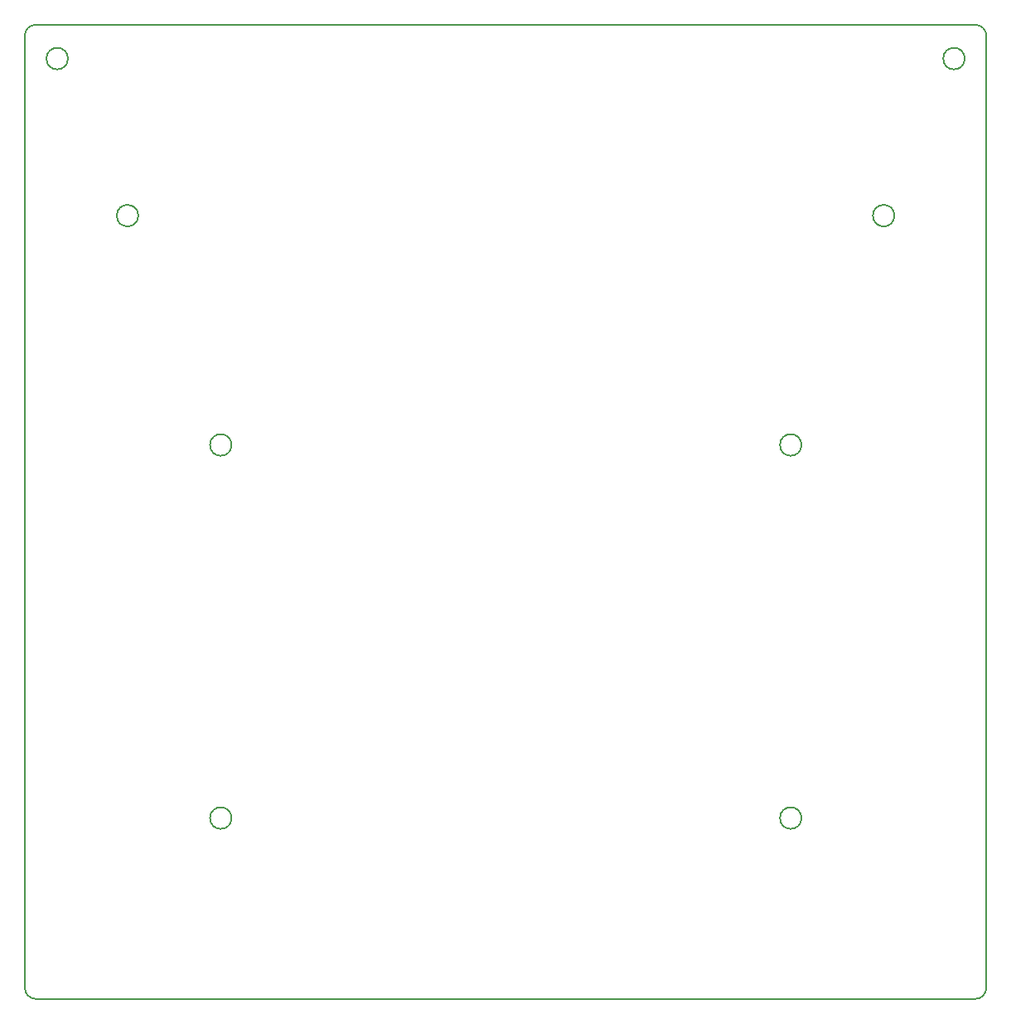
<source format=gbr>
G04 #@! TF.GenerationSoftware,KiCad,Pcbnew,(5.1.6-0-10_14)*
G04 #@! TF.CreationDate,2022-08-29T11:05:28+09:00*
G04 #@! TF.ProjectId,cool640xiao,636f6f6c-3634-4307-9869-616f2e6b6963,rev?*
G04 #@! TF.SameCoordinates,Original*
G04 #@! TF.FileFunction,Profile,NP*
%FSLAX46Y46*%
G04 Gerber Fmt 4.6, Leading zero omitted, Abs format (unit mm)*
G04 Created by KiCad (PCBNEW (5.1.6-0-10_14)) date 2022-08-29 11:05:28*
%MOMM*%
%LPD*%
G01*
G04 APERTURE LIST*
G04 #@! TA.AperFunction,Profile*
%ADD10C,0.150000*%
G04 #@! TD*
G04 APERTURE END LIST*
D10*
X-6680000Y29900000D02*
G75*
G03*
X-6680000Y29900000I-1100000J0D01*
G01*
X500000Y13870000D02*
G75*
G03*
X500000Y13870000I-1100000J0D01*
G01*
X84940000Y29900000D02*
G75*
G03*
X84940000Y29900000I-1100000J0D01*
G01*
X77760000Y13870000D02*
G75*
G03*
X77760000Y13870000I-1100000J0D01*
G01*
X-9970000Y-66110000D02*
X86030000Y-66110000D01*
X10030000Y-47650000D02*
G75*
G03*
X10030000Y-47650000I-1100000J0D01*
G01*
X68260000Y-47650000D02*
G75*
G03*
X68260000Y-47650000I-1100000J0D01*
G01*
X68260000Y-9550000D02*
G75*
G03*
X68260000Y-9550000I-1100000J0D01*
G01*
X10030000Y-9550000D02*
G75*
G03*
X10030000Y-9550000I-1100000J0D01*
G01*
X87150000Y32240000D02*
X87150000Y28290000D01*
X87150000Y28290000D02*
X87150000Y13160000D01*
X-9970000Y-66110000D02*
G75*
G02*
X-11090000Y-64990000I0J1120000D01*
G01*
X87150000Y-64990000D02*
G75*
G02*
X86030000Y-66110000I-1120000J0D01*
G01*
X86030000Y33360000D02*
G75*
G02*
X87150000Y32240000I0J-1120000D01*
G01*
X-11090000Y32240000D02*
G75*
G02*
X-9970000Y33360000I1120000J0D01*
G01*
X-11090000Y13740000D02*
X-11090000Y-64990000D01*
X86030000Y33360000D02*
X-9970000Y33360000D01*
X87150000Y-64990000D02*
X87150000Y13160000D01*
X-11090000Y13740000D02*
X-11090000Y26730000D01*
X-11090000Y32240000D02*
X-11090000Y26730000D01*
M02*

</source>
